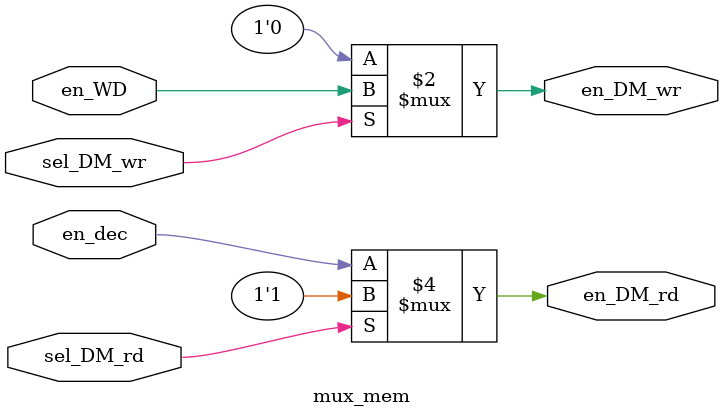
<source format=v>
`timescale 1ns / 1ps

/*
mux_mem performs enabling Data_Memory read/write according to select inputs.
*/

module mux_mem(en_dec, en_WD, sel_DM_rd, sel_DM_wr, en_DM_rd, en_DM_wr);

  input   en_dec,en_WD;		//enable signals
  input   sel_DM_rd;        //MUX select for Data_Memory read enable
  input   sel_DM_wr;        //MUX select for Data_Memory write enable
  output  en_DM_rd;         //Data_Memory read enable
  output  en_DM_wr;         //Data_Memory write enable

  assign  en_DM_wr  = (sel_DM_wr==1) ? en_WD : 1'b0;

  assign  en_DM_rd  = (sel_DM_rd==0) ? en_dec : 1'b1;

endmodule
</source>
